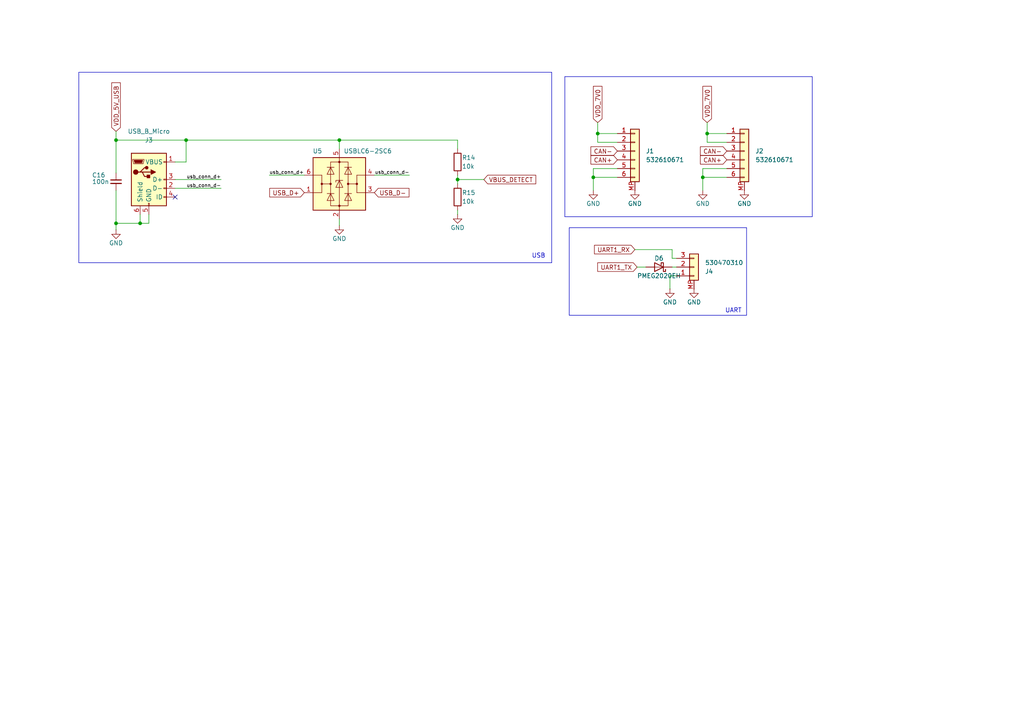
<source format=kicad_sch>
(kicad_sch (version 20231120) (generator "eeschema") (generator_version "8.0")
  (paper "A4")
  (lib_symbols
    (symbol "Conn_01x06_1" (pin_names (offset 1.016) hide)
      (property "Reference" "J2" (at 3.175 0.0001 0))
      (property "Value" "532610671" (at 3.175 -2.5399 0))
      (symbol "Conn_01x06_1_1_1"
        (rectangle (start -1.27 -7.493) (end 0 -7.747) (stroke (width 0.1524)))
        (rectangle (start -1.27 -4.953) (end 0 -5.207) (stroke (width 0.1524)))
        (rectangle (start -1.27 -2.413) (end 0 -2.667) (stroke (width 0.1524)))
        (rectangle (start -1.27 0.127) (end 0 -0.127) (stroke (width 0.1524)))
        (rectangle (start -1.27 2.667) (end 0 2.413) (stroke (width 0.1524)))
        (rectangle (start -1.27 5.207) (end 0 4.953) (stroke (width 0.1524)))
        (rectangle (start -1.27 6.35) (end 1.27 -8.89) (stroke (width 0.254)) (fill (type background)))
        (pin passive line (at -5.08 5.08 0) (length 3.81) (name "Pin_1") (number "1"))
        (pin passive line (at -5.08 2.54 0) (length 3.81) (name "Pin_2") (number "2"))
        (pin passive line (at -5.08 0 0) (length 3.81) (name "Pin_3") (number "3"))
        (pin passive line (at -5.08 -2.54 0) (length 3.81) (name "Pin_4") (number "4"))
        (pin passive line (at -5.08 -5.08 0) (length 3.81) (name "Pin_5") (number "5"))
        (pin passive line (at -5.08 -7.62 0) (length 3.81) (name "Pin_6") (number "6"))
        (pin input line (at 0 -11.43 90) (length 2.54) (name "MP") (number "MP"))
      )
    )
    (symbol "Connector:USB_B_Micro" (pin_names (offset 1.016))
      (property "Reference" "J" (at -5.08 11.43 0))
      (property "Value" "USB_B_Micro" (at -5.08 8.89 0))
      (symbol "USB_B_Micro_0_1"
        (rectangle (start -5.08 -7.62) (end 5.08 7.62) (stroke (width 0.254)) (fill (type background)))
        (circle (center -3.81 2.159) (radius 0.635) (stroke (width 0.254)) (fill (type outline)))
        (circle (center -0.635 3.429) (radius 0.381) (stroke (width 0.254)) (fill (type outline)))
        (rectangle (start -0.127 -7.62) (end 0.127 -6.858))
        (polyline (pts (xy -1.905 2.159) (xy 0.635 2.159)) (stroke (width 0.254)))
        (polyline (pts (xy -3.175 2.159) (xy -2.54 2.159) (xy -1.27 3.429) (xy -0.635 3.429)) (stroke (width 0.254)))
        (polyline (pts (xy -2.54 2.159) (xy -1.905 2.159) (xy -1.27 0.889) (xy 0 0.889)) (stroke (width 0.254)))
        (polyline (pts (xy 0.635 2.794) (xy 0.635 1.524) (xy 1.905 2.159) (xy 0.635 2.794)) (stroke (width 0.254)) (fill (type outline)))
        (polyline (pts (xy -4.318 5.588) (xy -1.778 5.588) (xy -2.032 4.826) (xy -4.064 4.826) (xy -4.318 5.588)) (fill (type outline)))
        (polyline (pts (xy -4.699 5.842) (xy -4.699 5.588) (xy -4.445 4.826) (xy -4.445 4.572) (xy -1.651 4.572) (xy -1.651 4.826) (xy -1.397 5.588) (xy -1.397 5.842) (xy -4.699 5.842)))
        (rectangle (start 0.254 1.27) (end -0.508 0.508) (stroke (width 0.254)) (fill (type outline)))
        (rectangle (start 5.08 -5.207) (end 4.318 -4.953))
        (rectangle (start 5.08 -2.667) (end 4.318 -2.413))
        (rectangle (start 5.08 -0.127) (end 4.318 0.127))
        (rectangle (start 5.08 4.953) (end 4.318 5.207))
      )
      (symbol "USB_B_Micro_1_1"
        (pin power_out line (at 7.62 5.08 180) (length 2.54) (name "VBUS") (number "1"))
        (pin bidirectional line (at 7.62 -2.54 180) (length 2.54) (name "D-") (number "2"))
        (pin bidirectional line (at 7.62 0 180) (length 2.54) (name "D+") (number "3"))
        (pin passive line (at 7.62 -5.08 180) (length 2.54) (name "ID") (number "4"))
        (pin power_out line (at 0 -10.16 90) (length 2.54) (name "GND") (number "5"))
        (pin passive line (at -2.54 -10.16 90) (length 2.54) (name "Shield") (number "6"))
      )
    )
    (symbol "Connector_Generic:Conn_01x03" (pin_names (offset 1.016) hide)
      (property "Reference" "J4" (at 3.175 1.2701 0))
      (property "Value" "530470310" (at 3.175 -1.2699 0))
      (symbol "Conn_01x03_1_1"
        (rectangle (start -1.27 -2.413) (end 0 -2.667) (stroke (width 0.1524)))
        (rectangle (start -1.27 0.127) (end 0 -0.127) (stroke (width 0.1524)))
        (rectangle (start -1.27 2.667) (end 0 2.413) (stroke (width 0.1524)))
        (rectangle (start -1.27 3.81) (end 1.27 -3.81) (stroke (width 0.254)) (fill (type background)))
        (pin passive line (at -5.08 2.54 0) (length 3.81) (name "Pin_1") (number "1"))
        (pin passive line (at -5.08 0 0) (length 3.81) (name "Pin_2") (number "2"))
        (pin passive line (at -5.08 -2.54 0) (length 3.81) (name "Pin_3") (number "3"))
        (pin input line (at 0 6.35 270) (length 2.54) (name "MP") (number "MP"))
      )
    )
    (symbol "Connector_Generic:Conn_01x06" (pin_names (offset 1.016) hide)
      (property "Reference" "J1" (at 3.175 0.0001 0))
      (property "Value" "532610671" (at 3.175 -2.5399 0))
      (symbol "Conn_01x06_1_1"
        (rectangle (start -1.27 -7.493) (end 0 -7.747) (stroke (width 0.1524)))
        (rectangle (start -1.27 -4.953) (end 0 -5.207) (stroke (width 0.1524)))
        (rectangle (start -1.27 -2.413) (end 0 -2.667) (stroke (width 0.1524)))
        (rectangle (start -1.27 0.127) (end 0 -0.127) (stroke (width 0.1524)))
        (rectangle (start -1.27 2.667) (end 0 2.413) (stroke (width 0.1524)))
        (rectangle (start -1.27 5.207) (end 0 4.953) (stroke (width 0.1524)))
        (rectangle (start -1.27 6.35) (end 1.27 -8.89) (stroke (width 0.254)) (fill (type background)))
        (pin passive line (at -5.08 5.08 0) (length 3.81) (name "Pin_1") (number "1"))
        (pin passive line (at -5.08 2.54 0) (length 3.81) (name "Pin_2") (number "2"))
        (pin passive line (at -5.08 0 0) (length 3.81) (name "Pin_3") (number "3"))
        (pin passive line (at -5.08 -2.54 0) (length 3.81) (name "Pin_4") (number "4"))
        (pin passive line (at -5.08 -5.08 0) (length 3.81) (name "Pin_5") (number "5"))
        (pin passive line (at -5.08 -7.62 0) (length 3.81) (name "Pin_6") (number "6"))
        (pin input line (at 0 -11.43 90) (length 2.54) (name "MP") (number "MP"))
      )
    )
    (symbol "Device:C_Small" (pin_numbers hide) (pin_names (offset 0.254) hide)
      (property "Reference" "C" (at 0.254 1.778 0))
      (property "Value" "C_Small" (at 0.254 -2.032 0))
      (symbol "C_Small_0_1"
        (polyline (pts (xy -1.524 -0.508) (xy 1.524 -0.508)) (stroke (width 0.3302)))
        (polyline (pts (xy -1.524 0.508) (xy 1.524 0.508)) (stroke (width 0.3048)))
      )
      (symbol "C_Small_1_1"
        (pin passive line (at 0 2.54 270) (length 2.032) (name "~") (number "1"))
        (pin passive line (at 0 -2.54 90) (length 2.032) (name "~") (number "2"))
      )
    )
    (symbol "Device:D_Schottky" (pin_numbers hide) (pin_names (offset 1.016) hide)
      (property "Reference" "D" (at 0 2.54 0))
      (property "Value" "D_Schottky" (at 0 -2.54 0))
      (symbol "D_Schottky_0_1"
        (polyline (pts (xy 1.27 0) (xy -1.27 0)))
        (polyline (pts (xy 1.27 1.27) (xy 1.27 -1.27) (xy -1.27 0) (xy 1.27 1.27)) (stroke (width 0.254)))
        (polyline (pts (xy -1.905 0.635) (xy -1.905 1.27) (xy -1.27 1.27) (xy -1.27 -1.27) (xy -0.635 -1.27) (xy -0.635 -0.635)) (stroke (width 0.254)))
      )
      (symbol "D_Schottky_1_1"
        (pin passive line (at -3.81 0 0) (length 2.54) (name "K") (number "1"))
        (pin passive line (at 3.81 0 180) (length 2.54) (name "A") (number "2"))
      )
    )
    (symbol "Device:R" (pin_numbers hide) (pin_names (offset 0))
      (property "Reference" "R" (at 2.032 0 90))
      (property "Value" "R" (at 0 0 90))
      (symbol "R_0_1"
        (rectangle (start -1.016 -2.54) (end 1.016 2.54) (stroke (width 0.254)))
      )
      (symbol "R_1_1"
        (pin passive line (at 0 3.81 270) (length 1.27) (name "~") (number "1"))
        (pin passive line (at 0 -3.81 90) (length 1.27) (name "~") (number "2"))
      )
    )
    (symbol "GND_1" (power) (pin_numbers hide) (pin_names (offset 0) hide)
      (property "Value" "GND" (at 0 -3.81 0))
      (symbol "GND_1_0_1"
        (polyline (pts (xy 0 0) (xy 0 -1.27) (xy 1.27 -1.27) (xy 0 -2.54) (xy -1.27 -1.27) (xy 0 -1.27)))
      )
      (symbol "GND_1_1_1"
        (pin power_in line (at 0 0 270) (length 0) (name "~") (number "1"))
      )
    )
    (symbol "Power_Protection:USBLC6-2SC6" (pin_names hide)
      (property "Reference" "U" (at 2.54 8.89 0))
      (property "Value" "USBLC6-2SC6" (at 2.54 -8.89 0))
      (symbol "USBLC6-2SC6_0_1"
        (rectangle (start -7.62 -7.62) (end 7.62 7.62) (stroke (width 0.254)) (fill (type background)))
        (circle (center -5.08 0) (radius 0.254) (fill (type outline)))
        (circle (center -2.54 0) (radius 0.254) (fill (type outline)))
        (rectangle (start -2.54 6.35) (end 2.54 -6.35))
        (circle (center 0 -6.35) (radius 0.254) (fill (type outline)))
        (polyline (pts (xy -5.08 -2.54) (xy -7.62 -2.54)))
        (polyline (pts (xy -5.08 0) (xy -5.08 -2.54)))
        (polyline (pts (xy -5.08 2.54) (xy -7.62 2.54)))
        (polyline (pts (xy -1.524 -2.794) (xy -3.556 -2.794)))
        (polyline (pts (xy -1.524 4.826) (xy -3.556 4.826)))
        (polyline (pts (xy 0 -7.62) (xy 0 -6.35)))
        (polyline (pts (xy 0 -6.35) (xy 0 1.27)))
        (polyline (pts (xy 0 1.27) (xy 0 6.35)))
        (polyline (pts (xy 0 6.35) (xy 0 7.62)))
        (polyline (pts (xy 1.524 -2.794) (xy 3.556 -2.794)))
        (polyline (pts (xy 1.524 4.826) (xy 3.556 4.826)))
        (polyline (pts (xy 5.08 -2.54) (xy 7.62 -2.54)))
        (polyline (pts (xy 5.08 0) (xy 5.08 -2.54)))
        (polyline (pts (xy 5.08 2.54) (xy 7.62 2.54)))
        (polyline (pts (xy -2.54 0) (xy -5.08 0) (xy -5.08 2.54)))
        (polyline (pts (xy 2.54 0) (xy 5.08 0) (xy 5.08 2.54)))
        (polyline (pts (xy -3.556 -4.826) (xy -1.524 -4.826) (xy -2.54 -2.794) (xy -3.556 -4.826)))
        (polyline (pts (xy -3.556 2.794) (xy -1.524 2.794) (xy -2.54 4.826) (xy -3.556 2.794)))
        (polyline (pts (xy -1.016 -1.016) (xy 1.016 -1.016) (xy 0 1.016) (xy -1.016 -1.016)))
        (polyline (pts (xy 1.016 1.016) (xy 0.762 1.016) (xy -1.016 1.016) (xy -1.016 0.508)))
        (polyline (pts (xy 3.556 -4.826) (xy 1.524 -4.826) (xy 2.54 -2.794) (xy 3.556 -4.826)))
        (polyline (pts (xy 3.556 2.794) (xy 1.524 2.794) (xy 2.54 4.826) (xy 3.556 2.794)))
        (circle (center 0 6.35) (radius 0.254) (fill (type outline)))
        (circle (center 2.54 0) (radius 0.254) (fill (type outline)))
        (circle (center 5.08 0) (radius 0.254) (fill (type outline)))
      )
      (symbol "USBLC6-2SC6_1_1"
        (pin passive line (at -10.16 -2.54 0) (length 2.54) (name "I/O1") (number "1"))
        (pin passive line (at 0 -10.16 90) (length 2.54) (name "GND") (number "2"))
        (pin passive line (at 10.16 -2.54 180) (length 2.54) (name "I/O2") (number "3"))
        (pin passive line (at 10.16 2.54 180) (length 2.54) (name "I/O2") (number "4"))
        (pin passive line (at 0 10.16 270) (length 2.54) (name "VBUS") (number "5"))
        (pin passive line (at -10.16 2.54 0) (length 2.54) (name "I/O1") (number "6"))
      )
    )
    (symbol "power:GND" (power) (pin_numbers hide) (pin_names (offset 0) hide)
      (property "Value" "GND" (at 0 -3.81 0))
      (symbol "GND_0_1"
        (polyline (pts (xy 0 0) (xy 0 -1.27) (xy 1.27 -1.27) (xy 0 -2.54) (xy -1.27 -1.27) (xy 0 -1.27)))
      )
      (symbol "GND_1_1"
        (pin power_in line (at 0 0 270) (length 0) (name "~") (number "1"))
      )
    )
  )
  (junction (at 33.655 40.64))
  (junction (at 173.355 38.735))
  (junction (at 98.425 40.64))
  (junction (at 53.975 40.64))
  (junction (at 132.715 52.07))
  (junction (at 33.655 64.77))
  (junction (at 172.085 51.435))
  (junction (at 40.64 64.77))
  (junction (at 203.835 51.435))
  (junction (at 205.105 38.735))
  (no_connect (at 50.8 57.15))
  (wire (pts (xy 118.745 50.8) (xy 108.585 50.8)))
  (wire (pts (xy 50.8 54.61) (xy 64.135 54.61)))
  (wire (pts (xy 53.975 40.64) (xy 98.425 40.64)))
  (polyline (pts (xy 165.1 91.44) (xy 216.535 91.44)))
  (wire (pts (xy 205.105 41.275) (xy 205.105 38.735)))
  (wire (pts (xy 43.18 62.23) (xy 43.18 64.77)))
  (wire (pts (xy 132.715 50.8) (xy 132.715 52.07)))
  (wire (pts (xy 172.085 55.245) (xy 172.085 51.435)))
  (wire (pts (xy 173.355 41.275) (xy 173.355 38.735)))
  (wire (pts (xy 203.835 51.435) (xy 203.835 48.895)))
  (wire (pts (xy 88.265 50.8) (xy 78.105 50.8)))
  (polyline (pts (xy 165.1 66.04) (xy 216.535 66.04)))
  (wire (pts (xy 33.655 55.245) (xy 33.655 64.77)))
  (polyline (pts (xy 235.585 62.865) (xy 163.83 62.865)))
  (wire (pts (xy 50.8 46.99) (xy 53.975 46.99)))
  (wire (pts (xy 33.655 64.77) (xy 33.655 66.675)))
  (polyline (pts (xy 160.02 20.955) (xy 160.02 76.2)))
  (wire (pts (xy 203.835 48.895) (xy 210.82 48.895)))
  (wire (pts (xy 50.8 52.07) (xy 64.135 52.07)))
  (wire (pts (xy 172.085 51.435) (xy 172.085 48.895)))
  (wire (pts (xy 184.15 72.39) (xy 194.945 72.39)))
  (wire (pts (xy 53.975 40.64) (xy 33.655 40.64)))
  (wire (pts (xy 173.355 38.735) (xy 179.07 38.735)))
  (wire (pts (xy 194.31 80.01) (xy 194.31 83.82)))
  (wire (pts (xy 173.355 41.275) (xy 179.07 41.275)))
  (wire (pts (xy 33.655 64.77) (xy 40.64 64.77)))
  (wire (pts (xy 132.715 52.07) (xy 140.335 52.07)))
  (wire (pts (xy 172.085 51.435) (xy 179.07 51.435)))
  (polyline (pts (xy 165.1 91.44) (xy 165.1 66.04)))
  (polyline (pts (xy 163.83 22.225) (xy 163.83 62.865)))
  (wire (pts (xy 132.715 40.64) (xy 98.425 40.64)))
  (wire (pts (xy 172.085 48.895) (xy 179.07 48.895)))
  (wire (pts (xy 194.945 74.93) (xy 196.215 74.93)))
  (wire (pts (xy 173.355 38.735) (xy 173.355 35.56)))
  (wire (pts (xy 203.835 55.245) (xy 203.835 51.435)))
  (wire (pts (xy 132.715 52.07) (xy 132.715 53.34)))
  (wire (pts (xy 132.715 40.64) (xy 132.715 43.18)))
  (wire (pts (xy 194.945 77.47) (xy 196.215 77.47)))
  (wire (pts (xy 33.655 38.1) (xy 33.655 40.64)))
  (wire (pts (xy 98.425 40.64) (xy 98.425 43.18)))
  (polyline (pts (xy 22.86 20.955) (xy 160.02 20.955)))
  (wire (pts (xy 205.105 38.735) (xy 205.105 35.56)))
  (wire (pts (xy 196.215 80.01) (xy 194.31 80.01)))
  (polyline (pts (xy 235.585 22.225) (xy 235.585 62.865)))
  (wire (pts (xy 40.64 62.23) (xy 40.64 64.77)))
  (polyline (pts (xy 216.535 66.04) (xy 216.535 91.44)))
  (wire (pts (xy 33.655 40.64) (xy 33.655 50.165)))
  (wire (pts (xy 98.425 63.5) (xy 98.425 65.405)))
  (polyline (pts (xy 22.86 76.2) (xy 160.02 76.2)))
  (wire (pts (xy 205.105 41.275) (xy 210.82 41.275)))
  (wire (pts (xy 205.105 38.735) (xy 210.82 38.735)))
  (wire (pts (xy 53.975 40.64) (xy 53.975 46.99)))
  (wire (pts (xy 194.945 72.39) (xy 194.945 74.93)))
  (polyline (pts (xy 22.86 76.2) (xy 22.86 20.955)))
  (wire (pts (xy 184.785 77.47) (xy 187.325 77.47)))
  (wire (pts (xy 132.715 60.96) (xy 132.715 62.23)))
  (wire (pts (xy 40.64 64.77) (xy 43.18 64.77)))
  (wire (pts (xy 203.835 51.435) (xy 210.82 51.435)))
  (polyline (pts (xy 163.83 22.225) (xy 235.585 22.225)))
  (text "USB" (at 156.21 74.295 0) (effects (font (size 1.27 1.27))))
  (text "UART" (at 212.725 90.17 0) (effects (font (size 1.27 1.27))))
  (label "usb_conn_d+" (at 78.105 50.8 0) (effects (font (size 1 1))))
  (label "usb_conn_d-" (at 64.135 54.61 180) (effects (font (size 1 1))))
  (label "usb_conn_d-" (at 118.745 50.8 180) (effects (font (size 1 1))))
  (label "usb_conn_d+" (at 64.135 52.07 180) (effects (font (size 1 1))))
  (global_label "USB_D-" (shape input) (at 108.585 55.88 0) (property "Intersheetrefs" "${INTERSHEET_REFS}" (effects (hide yes))))
  (global_label "CAN+" (shape input) (at 179.07 46.355 180) (property "Intersheetrefs" "${INTERSHEET_REFS}" (effects (hide yes))))
  (global_label "VDD_7V0" (shape input) (at 173.355 35.56 90) (property "Intersheetrefs" "${INTERSHEET_REFS}" (effects (hide yes))))
  (global_label "CAN-" (shape input) (at 179.07 43.815 180) (property "Intersheetrefs" "${INTERSHEET_REFS}" (effects (hide yes))))
  (global_label "VDD_7V0" (shape input) (at 205.105 35.56 90) (property "Intersheetrefs" "${INTERSHEET_REFS}" (effects (hide yes))))
  (global_label "CAN-" (shape input) (at 210.82 43.815 180) (property "Intersheetrefs" "${INTERSHEET_REFS}" (effects (hide yes))))
  (global_label "VDD_5V_USB" (shape input) (at 33.655 38.1 90) (property "Intersheetrefs" "${INTERSHEET_REFS}" (effects (hide yes))))
  (global_label "CAN+" (shape input) (at 210.82 46.355 180) (property "Intersheetrefs" "${INTERSHEET_REFS}" (effects (hide yes))))
  (global_label "VBUS_DETECT" (shape input) (at 140.335 52.07 0) (property "Intersheetrefs" "${INTERSHEET_REFS}" (effects (hide yes))))
  (global_label "UART1_RX" (shape input) (at 184.15 72.39 180) (property "Intersheetrefs" "${INTERSHEET_REFS}" (effects (hide yes))))
  (global_label "UART1_TX" (shape input) (at 184.785 77.47 180) (property "Intersheetrefs" "${INTERSHEET_REFS}" (effects (hide yes))))
  (global_label "USB_D+" (shape input) (at 88.265 55.88 180) (property "Intersheetrefs" "${INTERSHEET_REFS}" (effects (hide yes))))
  (symbol (lib_id "power:GND") (at 203.835 55.245 0) (unit 1)
    (property "Reference" "#PWR013" (effects (hide yes)))
    (property "Value" "GND" (at 203.835 59.055 0))
  )
  (symbol (lib_id "power:GND") (at 98.425 65.405 0) (unit 1)
    (property "Reference" "#PWR015" (effects (hide yes)))
    (property "Value" "GND" (at 98.425 69.215 0))
  )
  (symbol (lib_id "power:GND") (at 215.9 55.245 0) (unit 1)
    (property "Reference" "#PWR028" (effects (hide yes)))
    (property "Value" "GND" (at 215.9 59.055 0))
  )
  (symbol (lib_id "power:GND") (at 184.15 55.245 0) (unit 1)
    (property "Reference" "#PWR027" (effects (hide yes)))
    (property "Value" "GND" (at 184.15 59.055 0))
  )
  (symbol (lib_id "power:GND") (at 201.295 83.82 0) (unit 1)
    (property "Reference" "#PWR029" (effects (hide yes)))
    (property "Value" "GND" (at 201.295 87.63 0))
  )
  (symbol (lib_id "Connector:USB_B_Micro") (at 43.18 52.07 0) (unit 1)
    (property "Reference" "J3" (at 43.18 40.64 0))
    (property "Value" "USB_B_Micro" (at 43.18 38.1 0))
    (property "Footprint" "user_lib:U-F-M5DD-W-2-SUS" (effects (hide yes)))
  )
  (symbol (lib_name "Conn_01x06_1") (lib_id "Connector_Generic:Conn_01x06") (at 215.9 43.815 0) (unit 1)
    (property "Reference" "J2" (at 219.075 43.8149 0) (effects (justify left)))
    (property "Value" "532610671" (at 219.075 46.3549 0) (effects (justify left)))
    (property "Footprint" "Connector_Molex:Molex_PicoBlade_53261-0671_1x06-1MP_P1.25mm_Horizontal" (effects (hide yes)))
    (property "Description" "Generic connector, single row, 01x06, script generated (kicad-library-utils/schlib/autogen/connector/)" (effects (hide yes)))
  )
  (symbol (lib_id "Device:R") (at 132.715 46.99 0) (unit 1)
    (property "Reference" "R14" (at 133.985 45.72 0) (effects (justify left)))
    (property "Value" "10k" (at 133.985 48.26 0) (effects (justify left)))
    (property "Footprint" "Resistor_SMD:R_0603_1608Metric" (effects (hide yes)))
    (property "Description" "Resistor" (effects (hide yes)))
  )
  (symbol (lib_id "power:GND") (at 172.085 55.245 0) (unit 1)
    (property "Reference" "#PWR012" (effects (hide yes)))
    (property "Value" "GND" (at 172.085 59.055 0))
  )
  (symbol (lib_name "GND_1") (lib_id "power:GND") (at 132.715 62.23 0) (unit 1)
    (property "Reference" "#PWR014" (effects (hide yes)))
    (property "Value" "GND" (at 132.715 66.04 0))
    (property "Description" "Power symbol creates a global label with name \"GND\" , ground" (effects (hide yes)))
  )
  (symbol (lib_id "Device:D_Schottky") (at 191.135 77.47 180) (unit 1)
    (property "Reference" "D6" (at 191.135 74.93 0))
    (property "Value" "PMEG2020EH" (at 191.135 80.01 0))
    (property "Footprint" "Diode_SMD:D_SOD-123F" (effects (hide yes)))
    (property "Description" "Schottky diode" (effects (hide yes)))
  )
  (symbol (lib_id "Connector_Generic:Conn_01x03") (at 201.295 77.47 0) (mirror x) (unit 1)
    (property "Reference" "J4" (at 204.47 78.7401 0) (effects (justify left)))
    (property "Value" "530470310" (at 204.47 76.2001 0) (effects (justify left)))
    (property "Footprint" "Connector_Molex:Molex_PicoBlade_53261-0371_1x03-1MP_P1.25mm_Horizontal" (effects (hide yes)))
    (property "Description" "Generic connector, single row, 01x03, script generated (kicad-library-utils/schlib/autogen/connector/)" (effects (hide yes)))
  )
  (symbol (lib_id "Device:C_Small") (at 33.655 52.705 0) (unit 1)
    (property "Reference" "C16" (at 26.67 50.8 0) (effects (justify left)))
    (property "Value" "100n" (at 26.67 52.705 0) (effects (justify left)))
    (property "Footprint" "Capacitor_SMD:C_0603_1608Metric" (effects (hide yes)))
  )
  (symbol (lib_name "GND_1") (lib_id "power:GND") (at 194.31 83.82 0) (unit 1)
    (property "Reference" "#PWR017" (effects (hide yes)))
    (property "Value" "GND" (at 194.31 87.63 0))
    (property "Description" "Power symbol creates a global label with name \"GND\" , ground" (effects (hide yes)))
  )
  (symbol (lib_id "Power_Protection:USBLC6-2SC6") (at 98.425 53.34 0) (unit 1)
    (property "Reference" "U5" (at 92.075 43.815 0))
    (property "Value" "USBLC6-2SC6" (at 106.68 43.815 0))
    (property "Footprint" "Package_TO_SOT_SMD:SOT-23-6" (effects (hide yes)))
    (property "Datasheet" "https://www.st.com/resource/en/datasheet/usblc6-2.pdf" (effects (hide yes)))
  )
  (symbol (lib_id "Device:R") (at 132.715 57.15 0) (unit 1)
    (property "Reference" "R15" (at 133.985 55.88 0) (effects (justify left)))
    (property "Value" "10k" (at 133.985 58.42 0) (effects (justify left)))
    (property "Footprint" "Resistor_SMD:R_0603_1608Metric" (effects (hide yes)))
    (property "Description" "Resistor" (effects (hide yes)))
  )
  (symbol (lib_id "power:GND") (at 33.655 66.675 0) (unit 1)
    (property "Reference" "#PWR016" (effects (hide yes)))
    (property "Value" "GND" (at 33.655 70.485 0))
  )
  (symbol (lib_id "Connector_Generic:Conn_01x06") (at 184.15 43.815 0) (unit 1)
    (property "Reference" "J1" (at 187.325 43.8149 0) (effects (justify left)))
    (property "Value" "532610671" (at 187.325 46.3549 0) (effects (justify left)))
    (property "Footprint" "Connector_Molex:Molex_PicoBlade_53261-0671_1x06-1MP_P1.25mm_Horizontal" (effects (hide yes)))
    (property "Description" "Generic connector, single row, 01x06, script generated (kicad-library-utils/schlib/autogen/connector/)" (effects (hide yes)))
  )
)
</source>
